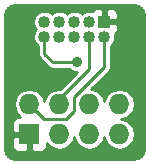
<source format=gtl>
G04 #@! TF.FileFunction,Copper,L1,Top,Signal*
%FSLAX46Y46*%
G04 Gerber Fmt 4.6, Leading zero omitted, Abs format (unit mm)*
G04 Created by KiCad (PCBNEW (2015-01-02 BZR 5348)-product) date 4/1/2015 11:05:10 PM*
%MOMM*%
G01*
G04 APERTURE LIST*
%ADD10C,0.100000*%
%ADD11R,1.727200X1.727200*%
%ADD12O,1.727200X1.727200*%
%ADD13R,1.016000X1.016000*%
%ADD14C,1.016000*%
%ADD15C,0.889000*%
%ADD16C,0.254000*%
G04 APERTURE END LIST*
D10*
D11*
X142240000Y-100330000D03*
D12*
X142240000Y-97790000D03*
X144780000Y-100330000D03*
X144780000Y-97790000D03*
X147320000Y-100330000D03*
X147320000Y-97790000D03*
X149860000Y-100330000D03*
X149860000Y-97790000D03*
D13*
X148590000Y-90805000D03*
D14*
X148590000Y-92075000D03*
X147320000Y-90805000D03*
X147320000Y-92075000D03*
X146050000Y-90805000D03*
X146050000Y-92075000D03*
X144780000Y-90805000D03*
X144780000Y-92075000D03*
X143510000Y-90805000D03*
X143510000Y-92075000D03*
D15*
X146304000Y-94208600D03*
D16*
X143510000Y-92075000D02*
X143510000Y-93497400D01*
X144221200Y-94208600D02*
X146304000Y-94208600D01*
X143510000Y-93497400D02*
X144221200Y-94208600D01*
X148590000Y-92075000D02*
X148590000Y-94640400D01*
X148590000Y-94640400D02*
X146050000Y-97180400D01*
X143510000Y-99060000D02*
X142240000Y-97790000D01*
X145338800Y-99060000D02*
X143510000Y-99060000D01*
X146050000Y-98348800D02*
X145338800Y-99060000D01*
X146050000Y-97180400D02*
X146050000Y-98348800D01*
X147320000Y-92075000D02*
X147320000Y-94792800D01*
X147320000Y-94792800D02*
X144780000Y-97332800D01*
X144780000Y-97332800D02*
X144780000Y-97790000D01*
G36*
X151918200Y-101552549D02*
X151849481Y-101898018D01*
X151680668Y-102150667D01*
X151428019Y-102319481D01*
X151180778Y-102368660D01*
X151180778Y-100330000D01*
X151082172Y-99834272D01*
X150801364Y-99414014D01*
X150381106Y-99133206D01*
X150013072Y-99060000D01*
X150381106Y-98986794D01*
X150801364Y-98705986D01*
X151082172Y-98285728D01*
X151180778Y-97790000D01*
X151082172Y-97294272D01*
X150801364Y-96874014D01*
X150381106Y-96593206D01*
X149885378Y-96494600D01*
X149834622Y-96494600D01*
X149338894Y-96593206D01*
X148918636Y-96874014D01*
X148637828Y-97294272D01*
X148590000Y-97534720D01*
X148542172Y-97294272D01*
X148261364Y-96874014D01*
X147841106Y-96593206D01*
X147496085Y-96524577D01*
X148985131Y-95035532D01*
X148985131Y-95035531D01*
X149106264Y-94854244D01*
X149148799Y-94640400D01*
X149148800Y-94640400D01*
X149148800Y-92845094D01*
X149386259Y-92608049D01*
X149529637Y-92262758D01*
X149529963Y-91888882D01*
X149497853Y-91811171D01*
X149636327Y-91672699D01*
X149733000Y-91439310D01*
X149733000Y-91186691D01*
X149733000Y-91090750D01*
X149733000Y-90519250D01*
X149733000Y-90423309D01*
X149733000Y-90170690D01*
X149636327Y-89937301D01*
X149457698Y-89758673D01*
X149224309Y-89662000D01*
X148875750Y-89662000D01*
X148717000Y-89820750D01*
X148717000Y-90678000D01*
X149574250Y-90678000D01*
X149733000Y-90519250D01*
X149733000Y-91090750D01*
X149574250Y-90932000D01*
X148717000Y-90932000D01*
X148717000Y-90952000D01*
X148463000Y-90952000D01*
X148463000Y-90932000D01*
X148443000Y-90932000D01*
X148443000Y-90678000D01*
X148463000Y-90678000D01*
X148463000Y-89820750D01*
X148304250Y-89662000D01*
X147955691Y-89662000D01*
X147722302Y-89758673D01*
X147583966Y-89897007D01*
X147507758Y-89865363D01*
X147133882Y-89865037D01*
X146788341Y-90007812D01*
X146685051Y-90110921D01*
X146583049Y-90008741D01*
X146237758Y-89865363D01*
X145863882Y-89865037D01*
X145518341Y-90007812D01*
X145415051Y-90110921D01*
X145313049Y-90008741D01*
X144967758Y-89865363D01*
X144593882Y-89865037D01*
X144248341Y-90007812D01*
X144145051Y-90110921D01*
X144043049Y-90008741D01*
X143697758Y-89865363D01*
X143323882Y-89865037D01*
X142978341Y-90007812D01*
X142713741Y-90271951D01*
X142570363Y-90617242D01*
X142570037Y-90991118D01*
X142712812Y-91336659D01*
X142815921Y-91439948D01*
X142713741Y-91541951D01*
X142570363Y-91887242D01*
X142570037Y-92261118D01*
X142712812Y-92606659D01*
X142951200Y-92845463D01*
X142951200Y-93497400D01*
X142993736Y-93711244D01*
X143114869Y-93892531D01*
X143826069Y-94603731D01*
X144007356Y-94724864D01*
X144007357Y-94724865D01*
X144221200Y-94767400D01*
X145623630Y-94767400D01*
X145806968Y-94951058D01*
X146128928Y-95084748D01*
X146237694Y-95084842D01*
X144824194Y-96498342D01*
X144805378Y-96494600D01*
X144754622Y-96494600D01*
X144258894Y-96593206D01*
X143838636Y-96874014D01*
X143557828Y-97294272D01*
X143510000Y-97534720D01*
X143462172Y-97294272D01*
X143181364Y-96874014D01*
X142761106Y-96593206D01*
X142265378Y-96494600D01*
X142214622Y-96494600D01*
X141718894Y-96593206D01*
X141298636Y-96874014D01*
X141017828Y-97294272D01*
X140919222Y-97790000D01*
X141017828Y-98285728D01*
X141298636Y-98705986D01*
X141486330Y-98831400D01*
X141250091Y-98831400D01*
X141016702Y-98928073D01*
X140838073Y-99106701D01*
X140741400Y-99340090D01*
X140741400Y-99592709D01*
X140741400Y-100044250D01*
X140900150Y-100203000D01*
X142113000Y-100203000D01*
X142113000Y-100183000D01*
X142367000Y-100183000D01*
X142367000Y-100203000D01*
X142387000Y-100203000D01*
X142387000Y-100457000D01*
X142367000Y-100457000D01*
X142367000Y-101669850D01*
X142525750Y-101828600D01*
X143229909Y-101828600D01*
X143463298Y-101731927D01*
X143641927Y-101553299D01*
X143738600Y-101319910D01*
X143738600Y-101096271D01*
X143838636Y-101245986D01*
X144258894Y-101526794D01*
X144754622Y-101625400D01*
X144805378Y-101625400D01*
X145301106Y-101526794D01*
X145721364Y-101245986D01*
X146002172Y-100825728D01*
X146050000Y-100585279D01*
X146097828Y-100825728D01*
X146378636Y-101245986D01*
X146798894Y-101526794D01*
X147294622Y-101625400D01*
X147345378Y-101625400D01*
X147841106Y-101526794D01*
X148261364Y-101245986D01*
X148542172Y-100825728D01*
X148590000Y-100585279D01*
X148637828Y-100825728D01*
X148918636Y-101245986D01*
X149338894Y-101526794D01*
X149834622Y-101625400D01*
X149885378Y-101625400D01*
X150381106Y-101526794D01*
X150801364Y-101245986D01*
X151082172Y-100825728D01*
X151180778Y-100330000D01*
X151180778Y-102368660D01*
X151082548Y-102388200D01*
X142113000Y-102388200D01*
X142113000Y-101669850D01*
X142113000Y-100457000D01*
X140900150Y-100457000D01*
X140741400Y-100615750D01*
X140741400Y-101067291D01*
X140741400Y-101319910D01*
X140838073Y-101553299D01*
X141016702Y-101731927D01*
X141250091Y-101828600D01*
X141954250Y-101828600D01*
X142113000Y-101669850D01*
X142113000Y-102388200D01*
X141017450Y-102388200D01*
X140671981Y-102319481D01*
X140419332Y-102150668D01*
X140250518Y-101898019D01*
X140181800Y-101552548D01*
X140181800Y-90217451D01*
X140250518Y-89871980D01*
X140419332Y-89619331D01*
X140671981Y-89450518D01*
X141017450Y-89381800D01*
X151082548Y-89381800D01*
X151428019Y-89450518D01*
X151680668Y-89619332D01*
X151849481Y-89871981D01*
X151918200Y-90217450D01*
X151918200Y-101552549D01*
X151918200Y-101552549D01*
G37*
X151918200Y-101552549D02*
X151849481Y-101898018D01*
X151680668Y-102150667D01*
X151428019Y-102319481D01*
X151180778Y-102368660D01*
X151180778Y-100330000D01*
X151082172Y-99834272D01*
X150801364Y-99414014D01*
X150381106Y-99133206D01*
X150013072Y-99060000D01*
X150381106Y-98986794D01*
X150801364Y-98705986D01*
X151082172Y-98285728D01*
X151180778Y-97790000D01*
X151082172Y-97294272D01*
X150801364Y-96874014D01*
X150381106Y-96593206D01*
X149885378Y-96494600D01*
X149834622Y-96494600D01*
X149338894Y-96593206D01*
X148918636Y-96874014D01*
X148637828Y-97294272D01*
X148590000Y-97534720D01*
X148542172Y-97294272D01*
X148261364Y-96874014D01*
X147841106Y-96593206D01*
X147496085Y-96524577D01*
X148985131Y-95035532D01*
X148985131Y-95035531D01*
X149106264Y-94854244D01*
X149148799Y-94640400D01*
X149148800Y-94640400D01*
X149148800Y-92845094D01*
X149386259Y-92608049D01*
X149529637Y-92262758D01*
X149529963Y-91888882D01*
X149497853Y-91811171D01*
X149636327Y-91672699D01*
X149733000Y-91439310D01*
X149733000Y-91186691D01*
X149733000Y-91090750D01*
X149733000Y-90519250D01*
X149733000Y-90423309D01*
X149733000Y-90170690D01*
X149636327Y-89937301D01*
X149457698Y-89758673D01*
X149224309Y-89662000D01*
X148875750Y-89662000D01*
X148717000Y-89820750D01*
X148717000Y-90678000D01*
X149574250Y-90678000D01*
X149733000Y-90519250D01*
X149733000Y-91090750D01*
X149574250Y-90932000D01*
X148717000Y-90932000D01*
X148717000Y-90952000D01*
X148463000Y-90952000D01*
X148463000Y-90932000D01*
X148443000Y-90932000D01*
X148443000Y-90678000D01*
X148463000Y-90678000D01*
X148463000Y-89820750D01*
X148304250Y-89662000D01*
X147955691Y-89662000D01*
X147722302Y-89758673D01*
X147583966Y-89897007D01*
X147507758Y-89865363D01*
X147133882Y-89865037D01*
X146788341Y-90007812D01*
X146685051Y-90110921D01*
X146583049Y-90008741D01*
X146237758Y-89865363D01*
X145863882Y-89865037D01*
X145518341Y-90007812D01*
X145415051Y-90110921D01*
X145313049Y-90008741D01*
X144967758Y-89865363D01*
X144593882Y-89865037D01*
X144248341Y-90007812D01*
X144145051Y-90110921D01*
X144043049Y-90008741D01*
X143697758Y-89865363D01*
X143323882Y-89865037D01*
X142978341Y-90007812D01*
X142713741Y-90271951D01*
X142570363Y-90617242D01*
X142570037Y-90991118D01*
X142712812Y-91336659D01*
X142815921Y-91439948D01*
X142713741Y-91541951D01*
X142570363Y-91887242D01*
X142570037Y-92261118D01*
X142712812Y-92606659D01*
X142951200Y-92845463D01*
X142951200Y-93497400D01*
X142993736Y-93711244D01*
X143114869Y-93892531D01*
X143826069Y-94603731D01*
X144007356Y-94724864D01*
X144007357Y-94724865D01*
X144221200Y-94767400D01*
X145623630Y-94767400D01*
X145806968Y-94951058D01*
X146128928Y-95084748D01*
X146237694Y-95084842D01*
X144824194Y-96498342D01*
X144805378Y-96494600D01*
X144754622Y-96494600D01*
X144258894Y-96593206D01*
X143838636Y-96874014D01*
X143557828Y-97294272D01*
X143510000Y-97534720D01*
X143462172Y-97294272D01*
X143181364Y-96874014D01*
X142761106Y-96593206D01*
X142265378Y-96494600D01*
X142214622Y-96494600D01*
X141718894Y-96593206D01*
X141298636Y-96874014D01*
X141017828Y-97294272D01*
X140919222Y-97790000D01*
X141017828Y-98285728D01*
X141298636Y-98705986D01*
X141486330Y-98831400D01*
X141250091Y-98831400D01*
X141016702Y-98928073D01*
X140838073Y-99106701D01*
X140741400Y-99340090D01*
X140741400Y-99592709D01*
X140741400Y-100044250D01*
X140900150Y-100203000D01*
X142113000Y-100203000D01*
X142113000Y-100183000D01*
X142367000Y-100183000D01*
X142367000Y-100203000D01*
X142387000Y-100203000D01*
X142387000Y-100457000D01*
X142367000Y-100457000D01*
X142367000Y-101669850D01*
X142525750Y-101828600D01*
X143229909Y-101828600D01*
X143463298Y-101731927D01*
X143641927Y-101553299D01*
X143738600Y-101319910D01*
X143738600Y-101096271D01*
X143838636Y-101245986D01*
X144258894Y-101526794D01*
X144754622Y-101625400D01*
X144805378Y-101625400D01*
X145301106Y-101526794D01*
X145721364Y-101245986D01*
X146002172Y-100825728D01*
X146050000Y-100585279D01*
X146097828Y-100825728D01*
X146378636Y-101245986D01*
X146798894Y-101526794D01*
X147294622Y-101625400D01*
X147345378Y-101625400D01*
X147841106Y-101526794D01*
X148261364Y-101245986D01*
X148542172Y-100825728D01*
X148590000Y-100585279D01*
X148637828Y-100825728D01*
X148918636Y-101245986D01*
X149338894Y-101526794D01*
X149834622Y-101625400D01*
X149885378Y-101625400D01*
X150381106Y-101526794D01*
X150801364Y-101245986D01*
X151082172Y-100825728D01*
X151180778Y-100330000D01*
X151180778Y-102368660D01*
X151082548Y-102388200D01*
X142113000Y-102388200D01*
X142113000Y-101669850D01*
X142113000Y-100457000D01*
X140900150Y-100457000D01*
X140741400Y-100615750D01*
X140741400Y-101067291D01*
X140741400Y-101319910D01*
X140838073Y-101553299D01*
X141016702Y-101731927D01*
X141250091Y-101828600D01*
X141954250Y-101828600D01*
X142113000Y-101669850D01*
X142113000Y-102388200D01*
X141017450Y-102388200D01*
X140671981Y-102319481D01*
X140419332Y-102150668D01*
X140250518Y-101898019D01*
X140181800Y-101552548D01*
X140181800Y-90217451D01*
X140250518Y-89871980D01*
X140419332Y-89619331D01*
X140671981Y-89450518D01*
X141017450Y-89381800D01*
X151082548Y-89381800D01*
X151428019Y-89450518D01*
X151680668Y-89619332D01*
X151849481Y-89871981D01*
X151918200Y-90217450D01*
X151918200Y-101552549D01*
M02*

</source>
